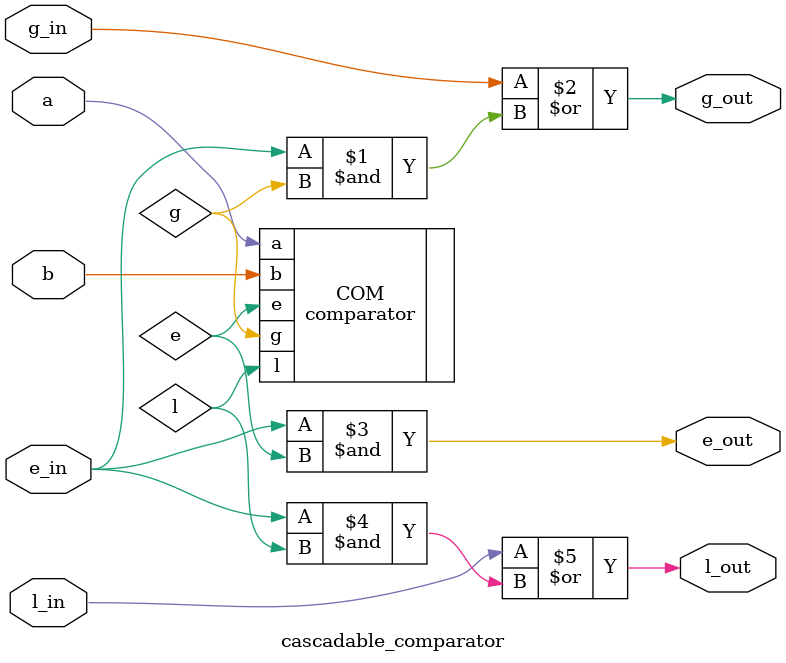
<source format=v>
module cascadable_comparator (
    input   a,
    input   b,
    input   g_in,
    input   e_in,
    input   l_in,
    output  g_out,
    output  e_out,
    output  l_out
);

comparator COM(
    .a(a),
    .b(b),
    .g(g),
    .e(e),
    .l(l)
);

assign g_out = g_in | (e_in & g);
assign e_out = e_in & e;
assign l_out = l_in | (e_in & l);

endmodule
</source>
